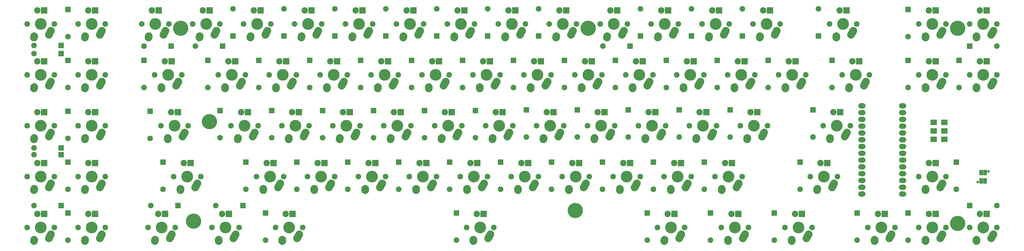
<source format=gts>
G04 #@! TF.FileFunction,Soldermask,Top*
%FSLAX46Y46*%
G04 Gerber Fmt 4.6, Leading zero omitted, Abs format (unit mm)*
G04 Created by KiCad (PCBNEW 4.0.2-stable) date Sunday, June 05, 2016 'PMt' 07:18:38 PM*
%MOMM*%
G01*
G04 APERTURE LIST*
%ADD10C,0.150000*%
%ADD11C,2.099260*%
%ADD12R,2.099260X2.099260*%
%ADD13C,5.700000*%
%ADD14O,2.700000X2.000000*%
%ADD15C,4.387810*%
%ADD16C,2.101810*%
%ADD17C,2.900000*%
%ADD18R,2.400000X2.400000*%
%ADD19C,2.400000*%
%ADD20R,2.400000X2.100000*%
%ADD21R,1.400000X2.000000*%
%ADD22C,1.009600*%
G04 APERTURE END LIST*
D10*
D11*
X95885000Y-36830000D03*
D12*
X106045000Y-36830000D03*
D11*
X395605000Y-96520000D03*
D12*
X385445000Y-96520000D03*
D13*
X95250000Y-102393750D03*
D14*
X360426000Y-59182000D03*
X360426000Y-61722000D03*
X360426000Y-64262000D03*
X360426000Y-66802000D03*
X360426000Y-69342000D03*
X360426000Y-71882000D03*
X360426000Y-74422000D03*
X360426000Y-76962000D03*
X360426000Y-79502000D03*
X360426000Y-82042000D03*
X360426000Y-84582000D03*
X360426000Y-87122000D03*
X360426000Y-89662000D03*
X360426000Y-92202000D03*
X345186000Y-92202000D03*
X345186000Y-89662000D03*
X345186000Y-87122000D03*
X345186000Y-84582000D03*
X345186000Y-82042000D03*
X345186000Y-79502000D03*
X345186000Y-76962000D03*
X345186000Y-74422000D03*
X345186000Y-71882000D03*
X345186000Y-69342000D03*
X345186000Y-66802000D03*
X345186000Y-64262000D03*
X345186000Y-61722000D03*
X345186000Y-59182000D03*
D15*
X330993750Y-85725000D03*
D16*
X336073750Y-85725000D03*
X325913750Y-85725000D03*
D17*
X333993297Y-89724954D02*
X334804203Y-88265046D01*
X328454026Y-90804328D02*
X328493474Y-90225672D01*
D18*
X332263750Y-80645000D03*
D19*
X329723750Y-80645000D03*
D15*
X390525000Y-104775000D03*
D16*
X395605000Y-104775000D03*
X385445000Y-104775000D03*
D17*
X393524547Y-108774954D02*
X394335453Y-107315046D01*
X387985276Y-109854328D02*
X388024724Y-109275672D01*
D18*
X391795000Y-99695000D03*
D19*
X389255000Y-99695000D03*
D15*
X371475000Y-104775000D03*
D16*
X376555000Y-104775000D03*
X366395000Y-104775000D03*
D17*
X374474547Y-108774954D02*
X375285453Y-107315046D01*
X368935276Y-109854328D02*
X368974724Y-109275672D01*
D18*
X372745000Y-99695000D03*
D19*
X370205000Y-99695000D03*
D15*
X352425000Y-104775000D03*
D16*
X357505000Y-104775000D03*
X347345000Y-104775000D03*
D17*
X355424547Y-108774954D02*
X356235453Y-107315046D01*
X349885276Y-109854328D02*
X349924724Y-109275672D01*
D18*
X353695000Y-99695000D03*
D19*
X351155000Y-99695000D03*
D15*
X321468750Y-104775000D03*
D16*
X326548750Y-104775000D03*
X316388750Y-104775000D03*
D17*
X324468297Y-108774954D02*
X325279203Y-107315046D01*
X318929026Y-109854328D02*
X318968474Y-109275672D01*
D18*
X322738750Y-99695000D03*
D19*
X320198750Y-99695000D03*
D15*
X297656250Y-104775000D03*
D16*
X302736250Y-104775000D03*
X292576250Y-104775000D03*
D17*
X300655797Y-108774954D02*
X301466703Y-107315046D01*
X295116526Y-109854328D02*
X295155974Y-109275672D01*
D18*
X298926250Y-99695000D03*
D19*
X296386250Y-99695000D03*
D15*
X273843750Y-104775000D03*
D16*
X278923750Y-104775000D03*
X268763750Y-104775000D03*
D17*
X276843297Y-108774954D02*
X277654203Y-107315046D01*
X271304026Y-109854328D02*
X271343474Y-109275672D01*
D18*
X275113750Y-99695000D03*
D19*
X272573750Y-99695000D03*
D15*
X202406250Y-104775000D03*
D16*
X207486250Y-104775000D03*
X197326250Y-104775000D03*
D17*
X205405797Y-108774954D02*
X206216703Y-107315046D01*
X199866526Y-109854328D02*
X199905974Y-109275672D01*
D18*
X203676250Y-99695000D03*
D19*
X201136250Y-99695000D03*
D15*
X130968750Y-104775000D03*
D16*
X136048750Y-104775000D03*
X125888750Y-104775000D03*
D17*
X133968297Y-108774954D02*
X134779203Y-107315046D01*
X128429026Y-109854328D02*
X128468474Y-109275672D01*
D18*
X132238750Y-99695000D03*
D19*
X129698750Y-99695000D03*
D15*
X107156250Y-104775000D03*
D16*
X112236250Y-104775000D03*
X102076250Y-104775000D03*
D17*
X110155797Y-108774954D02*
X110966703Y-107315046D01*
X104616526Y-109854328D02*
X104655974Y-109275672D01*
D18*
X108426250Y-99695000D03*
D19*
X105886250Y-99695000D03*
D15*
X83343750Y-104775000D03*
D16*
X88423750Y-104775000D03*
X78263750Y-104775000D03*
D17*
X86343297Y-108774954D02*
X87154203Y-107315046D01*
X80804026Y-109854328D02*
X80843474Y-109275672D01*
D18*
X84613750Y-99695000D03*
D19*
X82073750Y-99695000D03*
D15*
X57150000Y-104775000D03*
D16*
X62230000Y-104775000D03*
X52070000Y-104775000D03*
D17*
X60149547Y-108774954D02*
X60960453Y-107315046D01*
X54610276Y-109854328D02*
X54649724Y-109275672D01*
D18*
X58420000Y-99695000D03*
D19*
X55880000Y-99695000D03*
D15*
X38100000Y-104775000D03*
D16*
X43180000Y-104775000D03*
X33020000Y-104775000D03*
D17*
X41099547Y-108774954D02*
X41910453Y-107315046D01*
X35560276Y-109854328D02*
X35599724Y-109275672D01*
D18*
X39370000Y-99695000D03*
D19*
X36830000Y-99695000D03*
D15*
X371475000Y-85725000D03*
D16*
X376555000Y-85725000D03*
X366395000Y-85725000D03*
D17*
X374474547Y-89724954D02*
X375285453Y-88265046D01*
X368935276Y-90804328D02*
X368974724Y-90225672D01*
D18*
X372745000Y-80645000D03*
D19*
X370205000Y-80645000D03*
D15*
X295275000Y-85725000D03*
D16*
X300355000Y-85725000D03*
X290195000Y-85725000D03*
D17*
X298274547Y-89724954D02*
X299085453Y-88265046D01*
X292735276Y-90804328D02*
X292774724Y-90225672D01*
D18*
X296545000Y-80645000D03*
D19*
X294005000Y-80645000D03*
D15*
X276225000Y-85725000D03*
D16*
X281305000Y-85725000D03*
X271145000Y-85725000D03*
D17*
X279224547Y-89724954D02*
X280035453Y-88265046D01*
X273685276Y-90804328D02*
X273724724Y-90225672D01*
D18*
X277495000Y-80645000D03*
D19*
X274955000Y-80645000D03*
D15*
X257175000Y-85725000D03*
D16*
X262255000Y-85725000D03*
X252095000Y-85725000D03*
D17*
X260174547Y-89724954D02*
X260985453Y-88265046D01*
X254635276Y-90804328D02*
X254674724Y-90225672D01*
D18*
X258445000Y-80645000D03*
D19*
X255905000Y-80645000D03*
D15*
X238125000Y-85725000D03*
D16*
X243205000Y-85725000D03*
X233045000Y-85725000D03*
D17*
X241124547Y-89724954D02*
X241935453Y-88265046D01*
X235585276Y-90804328D02*
X235624724Y-90225672D01*
D18*
X239395000Y-80645000D03*
D19*
X236855000Y-80645000D03*
D15*
X219075000Y-85725000D03*
D16*
X224155000Y-85725000D03*
X213995000Y-85725000D03*
D17*
X222074547Y-89724954D02*
X222885453Y-88265046D01*
X216535276Y-90804328D02*
X216574724Y-90225672D01*
D18*
X220345000Y-80645000D03*
D19*
X217805000Y-80645000D03*
D15*
X200025000Y-85725000D03*
D16*
X205105000Y-85725000D03*
X194945000Y-85725000D03*
D17*
X203024547Y-89724954D02*
X203835453Y-88265046D01*
X197485276Y-90804328D02*
X197524724Y-90225672D01*
D18*
X201295000Y-80645000D03*
D19*
X198755000Y-80645000D03*
D15*
X180975000Y-85725000D03*
D16*
X186055000Y-85725000D03*
X175895000Y-85725000D03*
D17*
X183974547Y-89724954D02*
X184785453Y-88265046D01*
X178435276Y-90804328D02*
X178474724Y-90225672D01*
D18*
X182245000Y-80645000D03*
D19*
X179705000Y-80645000D03*
D15*
X161925000Y-85725000D03*
D16*
X167005000Y-85725000D03*
X156845000Y-85725000D03*
D17*
X164924547Y-89724954D02*
X165735453Y-88265046D01*
X159385276Y-90804328D02*
X159424724Y-90225672D01*
D18*
X163195000Y-80645000D03*
D19*
X160655000Y-80645000D03*
D15*
X142875000Y-85725000D03*
D16*
X147955000Y-85725000D03*
X137795000Y-85725000D03*
D17*
X145874547Y-89724954D02*
X146685453Y-88265046D01*
X140335276Y-90804328D02*
X140374724Y-90225672D01*
D18*
X144145000Y-80645000D03*
D19*
X141605000Y-80645000D03*
D15*
X123825000Y-85725000D03*
D16*
X128905000Y-85725000D03*
X118745000Y-85725000D03*
D17*
X126824547Y-89724954D02*
X127635453Y-88265046D01*
X121285276Y-90804328D02*
X121324724Y-90225672D01*
D18*
X125095000Y-80645000D03*
D19*
X122555000Y-80645000D03*
D15*
X92868750Y-85725000D03*
D16*
X97948750Y-85725000D03*
X87788750Y-85725000D03*
D17*
X95868297Y-89724954D02*
X96679203Y-88265046D01*
X90329026Y-90804328D02*
X90368474Y-90225672D01*
D18*
X94138750Y-80645000D03*
D19*
X91598750Y-80645000D03*
D15*
X57150000Y-85725000D03*
D16*
X62230000Y-85725000D03*
X52070000Y-85725000D03*
D17*
X60149547Y-89724954D02*
X60960453Y-88265046D01*
X54610276Y-90804328D02*
X54649724Y-90225672D01*
D18*
X58420000Y-80645000D03*
D19*
X55880000Y-80645000D03*
D15*
X38100000Y-85725000D03*
D16*
X43180000Y-85725000D03*
X33020000Y-85725000D03*
D17*
X41099547Y-89724954D02*
X41910453Y-88265046D01*
X35560276Y-90804328D02*
X35599724Y-90225672D01*
D18*
X39370000Y-80645000D03*
D19*
X36830000Y-80645000D03*
D15*
X335756250Y-66675000D03*
D16*
X340836250Y-66675000D03*
X330676250Y-66675000D03*
D17*
X338755797Y-70674954D02*
X339566703Y-69215046D01*
X333216526Y-71754328D02*
X333255974Y-71175672D01*
D18*
X337026250Y-61595000D03*
D19*
X334486250Y-61595000D03*
D15*
X304800000Y-66675000D03*
D16*
X309880000Y-66675000D03*
X299720000Y-66675000D03*
D17*
X307799547Y-70674954D02*
X308610453Y-69215046D01*
X302260276Y-71754328D02*
X302299724Y-71175672D01*
D18*
X306070000Y-61595000D03*
D19*
X303530000Y-61595000D03*
D15*
X285750000Y-66675000D03*
D16*
X290830000Y-66675000D03*
X280670000Y-66675000D03*
D17*
X288749547Y-70674954D02*
X289560453Y-69215046D01*
X283210276Y-71754328D02*
X283249724Y-71175672D01*
D18*
X287020000Y-61595000D03*
D19*
X284480000Y-61595000D03*
D15*
X266700000Y-66675000D03*
D16*
X271780000Y-66675000D03*
X261620000Y-66675000D03*
D17*
X269699547Y-70674954D02*
X270510453Y-69215046D01*
X264160276Y-71754328D02*
X264199724Y-71175672D01*
D18*
X267970000Y-61595000D03*
D19*
X265430000Y-61595000D03*
D15*
X247650000Y-66675000D03*
D16*
X252730000Y-66675000D03*
X242570000Y-66675000D03*
D17*
X250649547Y-70674954D02*
X251460453Y-69215046D01*
X245110276Y-71754328D02*
X245149724Y-71175672D01*
D18*
X248920000Y-61595000D03*
D19*
X246380000Y-61595000D03*
D15*
X228600000Y-66675000D03*
D16*
X233680000Y-66675000D03*
X223520000Y-66675000D03*
D17*
X231599547Y-70674954D02*
X232410453Y-69215046D01*
X226060276Y-71754328D02*
X226099724Y-71175672D01*
D18*
X229870000Y-61595000D03*
D19*
X227330000Y-61595000D03*
D15*
X209550000Y-66675000D03*
D16*
X214630000Y-66675000D03*
X204470000Y-66675000D03*
D17*
X212549547Y-70674954D02*
X213360453Y-69215046D01*
X207010276Y-71754328D02*
X207049724Y-71175672D01*
D18*
X210820000Y-61595000D03*
D19*
X208280000Y-61595000D03*
D15*
X190500000Y-66675000D03*
D16*
X195580000Y-66675000D03*
X185420000Y-66675000D03*
D17*
X193499547Y-70674954D02*
X194310453Y-69215046D01*
X187960276Y-71754328D02*
X187999724Y-71175672D01*
D18*
X191770000Y-61595000D03*
D19*
X189230000Y-61595000D03*
D15*
X171450000Y-66675000D03*
D16*
X176530000Y-66675000D03*
X166370000Y-66675000D03*
D17*
X174449547Y-70674954D02*
X175260453Y-69215046D01*
X168910276Y-71754328D02*
X168949724Y-71175672D01*
D18*
X172720000Y-61595000D03*
D19*
X170180000Y-61595000D03*
D15*
X152400000Y-66675000D03*
D16*
X157480000Y-66675000D03*
X147320000Y-66675000D03*
D17*
X155399547Y-70674954D02*
X156210453Y-69215046D01*
X149860276Y-71754328D02*
X149899724Y-71175672D01*
D18*
X153670000Y-61595000D03*
D19*
X151130000Y-61595000D03*
D15*
X133350000Y-66675000D03*
D16*
X138430000Y-66675000D03*
X128270000Y-66675000D03*
D17*
X136349547Y-70674954D02*
X137160453Y-69215046D01*
X130810276Y-71754328D02*
X130849724Y-71175672D01*
D18*
X134620000Y-61595000D03*
D19*
X132080000Y-61595000D03*
D15*
X114300000Y-66675000D03*
D16*
X119380000Y-66675000D03*
X109220000Y-66675000D03*
D17*
X117299547Y-70674954D02*
X118110453Y-69215046D01*
X111760276Y-71754328D02*
X111799724Y-71175672D01*
D18*
X115570000Y-61595000D03*
D19*
X113030000Y-61595000D03*
D15*
X88106250Y-66675000D03*
D16*
X93186250Y-66675000D03*
X83026250Y-66675000D03*
D17*
X91105797Y-70674954D02*
X91916703Y-69215046D01*
X85566526Y-71754328D02*
X85605974Y-71175672D01*
D18*
X89376250Y-61595000D03*
D19*
X86836250Y-61595000D03*
D15*
X57150000Y-66675000D03*
D16*
X62230000Y-66675000D03*
X52070000Y-66675000D03*
D17*
X60149547Y-70674954D02*
X60960453Y-69215046D01*
X54610276Y-71754328D02*
X54649724Y-71175672D01*
D18*
X58420000Y-61595000D03*
D19*
X55880000Y-61595000D03*
D15*
X38100000Y-66675000D03*
D16*
X43180000Y-66675000D03*
X33020000Y-66675000D03*
D17*
X41099547Y-70674954D02*
X41910453Y-69215046D01*
X35560276Y-71754328D02*
X35599724Y-71175672D01*
D18*
X39370000Y-61595000D03*
D19*
X36830000Y-61595000D03*
D15*
X390525000Y-47625000D03*
D16*
X395605000Y-47625000D03*
X385445000Y-47625000D03*
D17*
X393524547Y-51624954D02*
X394335453Y-50165046D01*
X387985276Y-52704328D02*
X388024724Y-52125672D01*
D18*
X391795000Y-42545000D03*
D19*
X389255000Y-42545000D03*
D15*
X371475000Y-47625000D03*
D16*
X376555000Y-47625000D03*
X366395000Y-47625000D03*
D17*
X374474547Y-51624954D02*
X375285453Y-50165046D01*
X368935276Y-52704328D02*
X368974724Y-52125672D01*
D18*
X372745000Y-42545000D03*
D19*
X370205000Y-42545000D03*
D15*
X342900000Y-47625000D03*
D16*
X347980000Y-47625000D03*
X337820000Y-47625000D03*
D17*
X345899547Y-51624954D02*
X346710453Y-50165046D01*
X340360276Y-52704328D02*
X340399724Y-52125672D01*
D18*
X344170000Y-42545000D03*
D19*
X341630000Y-42545000D03*
D15*
X319087500Y-47625000D03*
D16*
X324167500Y-47625000D03*
X314007500Y-47625000D03*
D17*
X322087047Y-51624954D02*
X322897953Y-50165046D01*
X316547776Y-52704328D02*
X316587224Y-52125672D01*
D18*
X320357500Y-42545000D03*
D19*
X317817500Y-42545000D03*
D15*
X300037500Y-47625000D03*
D16*
X305117500Y-47625000D03*
X294957500Y-47625000D03*
D17*
X303037047Y-51624954D02*
X303847953Y-50165046D01*
X297497776Y-52704328D02*
X297537224Y-52125672D01*
D18*
X301307500Y-42545000D03*
D19*
X298767500Y-42545000D03*
D15*
X280987500Y-47625000D03*
D16*
X286067500Y-47625000D03*
X275907500Y-47625000D03*
D17*
X283987047Y-51624954D02*
X284797953Y-50165046D01*
X278447776Y-52704328D02*
X278487224Y-52125672D01*
D18*
X282257500Y-42545000D03*
D19*
X279717500Y-42545000D03*
D15*
X261937500Y-47625000D03*
D16*
X267017500Y-47625000D03*
X256857500Y-47625000D03*
D17*
X264937047Y-51624954D02*
X265747953Y-50165046D01*
X259397776Y-52704328D02*
X259437224Y-52125672D01*
D18*
X263207500Y-42545000D03*
D19*
X260667500Y-42545000D03*
D15*
X242887500Y-47625000D03*
D16*
X247967500Y-47625000D03*
X237807500Y-47625000D03*
D17*
X245887047Y-51624954D02*
X246697953Y-50165046D01*
X240347776Y-52704328D02*
X240387224Y-52125672D01*
D18*
X244157500Y-42545000D03*
D19*
X241617500Y-42545000D03*
D15*
X223837500Y-47625000D03*
D16*
X228917500Y-47625000D03*
X218757500Y-47625000D03*
D17*
X226837047Y-51624954D02*
X227647953Y-50165046D01*
X221297776Y-52704328D02*
X221337224Y-52125672D01*
D18*
X225107500Y-42545000D03*
D19*
X222567500Y-42545000D03*
D15*
X204787500Y-47625000D03*
D16*
X209867500Y-47625000D03*
X199707500Y-47625000D03*
D17*
X207787047Y-51624954D02*
X208597953Y-50165046D01*
X202247776Y-52704328D02*
X202287224Y-52125672D01*
D18*
X206057500Y-42545000D03*
D19*
X203517500Y-42545000D03*
D15*
X185737500Y-47625000D03*
D16*
X190817500Y-47625000D03*
X180657500Y-47625000D03*
D17*
X188737047Y-51624954D02*
X189547953Y-50165046D01*
X183197776Y-52704328D02*
X183237224Y-52125672D01*
D18*
X187007500Y-42545000D03*
D19*
X184467500Y-42545000D03*
D15*
X166687500Y-47625000D03*
D16*
X171767500Y-47625000D03*
X161607500Y-47625000D03*
D17*
X169687047Y-51624954D02*
X170497953Y-50165046D01*
X164147776Y-52704328D02*
X164187224Y-52125672D01*
D18*
X167957500Y-42545000D03*
D19*
X165417500Y-42545000D03*
D15*
X147637500Y-47625000D03*
D16*
X152717500Y-47625000D03*
X142557500Y-47625000D03*
D17*
X150637047Y-51624954D02*
X151447953Y-50165046D01*
X145097776Y-52704328D02*
X145137224Y-52125672D01*
D18*
X148907500Y-42545000D03*
D19*
X146367500Y-42545000D03*
D15*
X128587500Y-47625000D03*
D16*
X133667500Y-47625000D03*
X123507500Y-47625000D03*
D17*
X131587047Y-51624954D02*
X132397953Y-50165046D01*
X126047776Y-52704328D02*
X126087224Y-52125672D01*
D18*
X129857500Y-42545000D03*
D19*
X127317500Y-42545000D03*
D15*
X109537500Y-47625000D03*
D16*
X114617500Y-47625000D03*
X104457500Y-47625000D03*
D17*
X112537047Y-51624954D02*
X113347953Y-50165046D01*
X106997776Y-52704328D02*
X107037224Y-52125672D01*
D18*
X110807500Y-42545000D03*
D19*
X108267500Y-42545000D03*
D15*
X85725000Y-47625000D03*
D16*
X90805000Y-47625000D03*
X80645000Y-47625000D03*
D17*
X88724547Y-51624954D02*
X89535453Y-50165046D01*
X83185276Y-52704328D02*
X83224724Y-52125672D01*
D18*
X86995000Y-42545000D03*
D19*
X84455000Y-42545000D03*
D15*
X57150000Y-47625000D03*
D16*
X62230000Y-47625000D03*
X52070000Y-47625000D03*
D17*
X60149547Y-51624954D02*
X60960453Y-50165046D01*
X54610276Y-52704328D02*
X54649724Y-52125672D01*
D18*
X58420000Y-42545000D03*
D19*
X55880000Y-42545000D03*
D15*
X38100000Y-47625000D03*
D16*
X43180000Y-47625000D03*
X33020000Y-47625000D03*
D17*
X41099547Y-51624954D02*
X41910453Y-50165046D01*
X35560276Y-52704328D02*
X35599724Y-52125672D01*
D18*
X39370000Y-42545000D03*
D19*
X36830000Y-42545000D03*
D15*
X390525000Y-28575000D03*
D16*
X395605000Y-28575000D03*
X385445000Y-28575000D03*
D17*
X393524547Y-32574954D02*
X394335453Y-31115046D01*
X387985276Y-33654328D02*
X388024724Y-33075672D01*
D18*
X391795000Y-23495000D03*
D19*
X389255000Y-23495000D03*
D15*
X371475000Y-28575000D03*
D16*
X376555000Y-28575000D03*
X366395000Y-28575000D03*
D17*
X374474547Y-32574954D02*
X375285453Y-31115046D01*
X368935276Y-33654328D02*
X368974724Y-33075672D01*
D18*
X372745000Y-23495000D03*
D19*
X370205000Y-23495000D03*
D15*
X338137500Y-28575000D03*
D16*
X343217500Y-28575000D03*
X333057500Y-28575000D03*
D17*
X341137047Y-32574954D02*
X341947953Y-31115046D01*
X335597776Y-33654328D02*
X335637224Y-33075672D01*
D18*
X339407500Y-23495000D03*
D19*
X336867500Y-23495000D03*
D15*
X309562500Y-28575000D03*
D16*
X314642500Y-28575000D03*
X304482500Y-28575000D03*
D17*
X312562047Y-32574954D02*
X313372953Y-31115046D01*
X307022776Y-33654328D02*
X307062224Y-33075672D01*
D18*
X310832500Y-23495000D03*
D19*
X308292500Y-23495000D03*
D15*
X290512500Y-28575000D03*
D16*
X295592500Y-28575000D03*
X285432500Y-28575000D03*
D17*
X293512047Y-32574954D02*
X294322953Y-31115046D01*
X287972776Y-33654328D02*
X288012224Y-33075672D01*
D18*
X291782500Y-23495000D03*
D19*
X289242500Y-23495000D03*
D15*
X271462500Y-28575000D03*
D16*
X276542500Y-28575000D03*
X266382500Y-28575000D03*
D17*
X274462047Y-32574954D02*
X275272953Y-31115046D01*
X268922776Y-33654328D02*
X268962224Y-33075672D01*
D18*
X272732500Y-23495000D03*
D19*
X270192500Y-23495000D03*
D15*
X252412500Y-28575000D03*
D16*
X257492500Y-28575000D03*
X247332500Y-28575000D03*
D17*
X255412047Y-32574954D02*
X256222953Y-31115046D01*
X249872776Y-33654328D02*
X249912224Y-33075672D01*
D18*
X253682500Y-23495000D03*
D19*
X251142500Y-23495000D03*
D15*
X233362500Y-28575000D03*
D16*
X238442500Y-28575000D03*
X228282500Y-28575000D03*
D17*
X236362047Y-32574954D02*
X237172953Y-31115046D01*
X230822776Y-33654328D02*
X230862224Y-33075672D01*
D18*
X234632500Y-23495000D03*
D19*
X232092500Y-23495000D03*
D15*
X214312500Y-28575000D03*
D16*
X219392500Y-28575000D03*
X209232500Y-28575000D03*
D17*
X217312047Y-32574954D02*
X218122953Y-31115046D01*
X211772776Y-33654328D02*
X211812224Y-33075672D01*
D18*
X215582500Y-23495000D03*
D19*
X213042500Y-23495000D03*
D15*
X195262500Y-28575000D03*
D16*
X200342500Y-28575000D03*
X190182500Y-28575000D03*
D17*
X198262047Y-32574954D02*
X199072953Y-31115046D01*
X192722776Y-33654328D02*
X192762224Y-33075672D01*
D18*
X196532500Y-23495000D03*
D19*
X193992500Y-23495000D03*
D15*
X176212500Y-28575000D03*
D16*
X181292500Y-28575000D03*
X171132500Y-28575000D03*
D17*
X179212047Y-32574954D02*
X180022953Y-31115046D01*
X173672776Y-33654328D02*
X173712224Y-33075672D01*
D18*
X177482500Y-23495000D03*
D19*
X174942500Y-23495000D03*
D15*
X157162500Y-28575000D03*
D16*
X162242500Y-28575000D03*
X152082500Y-28575000D03*
D17*
X160162047Y-32574954D02*
X160972953Y-31115046D01*
X154622776Y-33654328D02*
X154662224Y-33075672D01*
D18*
X158432500Y-23495000D03*
D19*
X155892500Y-23495000D03*
D15*
X138112500Y-28575000D03*
D16*
X143192500Y-28575000D03*
X133032500Y-28575000D03*
D17*
X141112047Y-32574954D02*
X141922953Y-31115046D01*
X135572776Y-33654328D02*
X135612224Y-33075672D01*
D18*
X139382500Y-23495000D03*
D19*
X136842500Y-23495000D03*
D15*
X119062500Y-28575000D03*
D16*
X124142500Y-28575000D03*
X113982500Y-28575000D03*
D17*
X122062047Y-32574954D02*
X122872953Y-31115046D01*
X116522776Y-33654328D02*
X116562224Y-33075672D01*
D18*
X120332500Y-23495000D03*
D19*
X117792500Y-23495000D03*
D15*
X100012500Y-28575000D03*
D16*
X105092500Y-28575000D03*
X94932500Y-28575000D03*
D17*
X103012047Y-32574954D02*
X103822953Y-31115046D01*
X97472776Y-33654328D02*
X97512224Y-33075672D01*
D18*
X101282500Y-23495000D03*
D19*
X98742500Y-23495000D03*
D15*
X80962500Y-28575000D03*
D16*
X86042500Y-28575000D03*
X75882500Y-28575000D03*
D17*
X83962047Y-32574954D02*
X84772953Y-31115046D01*
X78422776Y-33654328D02*
X78462224Y-33075672D01*
D18*
X82232500Y-23495000D03*
D19*
X79692500Y-23495000D03*
D15*
X57150000Y-28575000D03*
D16*
X62230000Y-28575000D03*
X52070000Y-28575000D03*
D17*
X60149547Y-32574954D02*
X60960453Y-31115046D01*
X54610276Y-33654328D02*
X54649724Y-33075672D01*
D18*
X58420000Y-23495000D03*
D19*
X55880000Y-23495000D03*
D15*
X38100000Y-28575000D03*
D16*
X43180000Y-28575000D03*
X33020000Y-28575000D03*
D17*
X41099547Y-32574954D02*
X41910453Y-31115046D01*
X35560276Y-33654328D02*
X35599724Y-33075672D01*
D18*
X39370000Y-23495000D03*
D19*
X36830000Y-23495000D03*
D11*
X35559480Y-36578540D03*
D12*
X45719480Y-36578540D03*
D11*
X48262540Y-33274520D03*
D12*
X48262540Y-23114520D03*
D11*
X76707480Y-36832540D03*
D12*
X86867480Y-36832540D03*
D11*
X109982000Y-22860000D03*
D12*
X109982000Y-33020000D03*
D11*
X129032000Y-22860000D03*
D12*
X129032000Y-33020000D03*
D11*
X148082000Y-22860000D03*
D12*
X148082000Y-33020000D03*
D11*
X167132000Y-22860000D03*
D12*
X167132000Y-33020000D03*
D11*
X186182000Y-22860000D03*
D12*
X186182000Y-33020000D03*
D11*
X205232000Y-22860000D03*
D12*
X205232000Y-33020000D03*
D11*
X224282000Y-22860000D03*
D12*
X224282000Y-33020000D03*
D11*
X248285000Y-36830000D03*
D12*
X258445000Y-36830000D03*
D11*
X262382000Y-22860000D03*
D12*
X262382000Y-33020000D03*
D11*
X281432000Y-22860000D03*
D12*
X281432000Y-33020000D03*
D11*
X300482000Y-22860000D03*
D12*
X300482000Y-33020000D03*
D11*
X328930000Y-22860000D03*
D12*
X328930000Y-33020000D03*
D11*
X362460540Y-33274520D03*
D12*
X362460540Y-23114520D03*
D11*
X395605000Y-36830000D03*
D12*
X385445000Y-36830000D03*
D11*
X35559480Y-39626540D03*
D12*
X45719480Y-39626540D03*
D11*
X48262540Y-52324520D03*
D12*
X48262540Y-42164520D03*
D11*
X76710540Y-52324520D03*
D12*
X76710540Y-42164520D03*
D11*
X100586540Y-52324520D03*
D12*
X100586540Y-42164520D03*
D11*
X119636540Y-52324520D03*
D12*
X119636540Y-42164520D03*
D11*
X138686540Y-52324520D03*
D12*
X138686540Y-42164520D03*
D11*
X157736540Y-52324520D03*
D12*
X157736540Y-42164520D03*
D11*
X176786540Y-52324520D03*
D12*
X176786540Y-42164520D03*
D11*
X195836540Y-52324520D03*
D12*
X195836540Y-42164520D03*
D11*
X214886540Y-52324520D03*
D12*
X214886540Y-42164520D03*
D11*
X233936540Y-52324520D03*
D12*
X233936540Y-42164520D03*
D11*
X252986540Y-52324520D03*
D12*
X252986540Y-42164520D03*
D11*
X272036540Y-52324520D03*
D12*
X272036540Y-42164520D03*
D11*
X291086540Y-52324520D03*
D12*
X291086540Y-42164520D03*
D11*
X310136540Y-52324520D03*
D12*
X310136540Y-42164520D03*
D11*
X334012540Y-52324520D03*
D12*
X334012540Y-42164520D03*
D11*
X362460540Y-52324520D03*
D12*
X362460540Y-42164520D03*
D11*
X381510540Y-52324520D03*
D12*
X381510540Y-42164520D03*
D11*
X35559480Y-74932540D03*
D12*
X45719480Y-74932540D03*
D11*
X48262540Y-71374520D03*
D12*
X48262540Y-61214520D03*
D11*
X78996540Y-71374520D03*
D12*
X78996540Y-61214520D03*
D11*
X105158540Y-71120520D03*
D12*
X105158540Y-60960520D03*
D11*
X124462540Y-71120520D03*
D12*
X124462540Y-60960520D03*
D11*
X143512540Y-71120520D03*
D12*
X143512540Y-60960520D03*
D11*
X162562540Y-71120520D03*
D12*
X162562540Y-60960520D03*
D11*
X181612540Y-71120520D03*
D12*
X181612540Y-60960520D03*
D11*
X200662540Y-71120520D03*
D12*
X200662540Y-60960520D03*
D11*
X219712540Y-70866520D03*
D12*
X219712540Y-60706520D03*
D11*
X238762540Y-70866520D03*
D12*
X238762540Y-60706520D03*
D11*
X257812540Y-70866520D03*
D12*
X257812540Y-60706520D03*
D11*
X276862540Y-70866520D03*
D12*
X276862540Y-60706520D03*
D11*
X295912540Y-70866520D03*
D12*
X295912540Y-60706520D03*
D11*
X326900540Y-70866520D03*
D12*
X326900540Y-60706520D03*
D11*
X35559480Y-77472540D03*
D12*
X45719480Y-77472540D03*
D11*
X48262540Y-90424520D03*
D12*
X48262540Y-80264520D03*
D11*
X83822540Y-90424520D03*
D12*
X83822540Y-80264520D03*
D11*
X114810540Y-90424520D03*
D12*
X114810540Y-80264520D03*
D11*
X133860540Y-90424520D03*
D12*
X133860540Y-80264520D03*
D11*
X152910540Y-90424520D03*
D12*
X152910540Y-80264520D03*
D11*
X171960540Y-90424520D03*
D12*
X171960540Y-80264520D03*
D11*
X191010540Y-90424520D03*
D12*
X191010540Y-80264520D03*
D11*
X210060540Y-90424520D03*
D12*
X210060540Y-80264520D03*
D11*
X229110540Y-90424520D03*
D12*
X229110540Y-80264520D03*
D11*
X248160540Y-90424520D03*
D12*
X248160540Y-80264520D03*
D11*
X267210540Y-90424520D03*
D12*
X267210540Y-80264520D03*
D11*
X286260540Y-90424520D03*
D12*
X286260540Y-80264520D03*
D11*
X322074540Y-90424520D03*
D12*
X322074540Y-80264520D03*
D11*
X380494540Y-90424520D03*
D12*
X380494540Y-80264520D03*
D11*
X35559480Y-96522540D03*
D12*
X45719480Y-96522540D03*
D11*
X48262540Y-109474520D03*
D12*
X48262540Y-99314520D03*
D11*
X79247480Y-96522540D03*
D12*
X89407480Y-96522540D03*
D11*
X103505000Y-96520000D03*
D12*
X113665000Y-96520000D03*
D11*
X122176540Y-109474520D03*
D12*
X122176540Y-99314520D03*
D11*
X193550540Y-109474520D03*
D12*
X193550540Y-99314520D03*
D11*
X264924540Y-109474520D03*
D12*
X264924540Y-99314520D03*
D11*
X288546540Y-109474520D03*
D12*
X288546540Y-99314520D03*
D11*
X312422540Y-109474520D03*
D12*
X312422540Y-99314520D03*
D11*
X343410540Y-109474520D03*
D12*
X343410540Y-99314520D03*
D11*
X362460540Y-109474520D03*
D12*
X362460540Y-99314520D03*
D13*
X381000000Y-30162500D03*
X381000000Y-103187500D03*
X242824000Y-30162500D03*
X237998000Y-98425000D03*
X90424000Y-30162500D03*
X101142800Y-65087500D03*
D20*
X376015000Y-71755000D03*
X372015000Y-71755000D03*
X376015000Y-68580000D03*
X372015000Y-68580000D03*
X376015000Y-65405000D03*
X372015000Y-65405000D03*
D21*
X391275000Y-84125000D03*
X389775000Y-84125000D03*
X391275000Y-87325000D03*
X389775000Y-87325000D03*
D22*
X392525000Y-83725000D03*
X388525000Y-87725000D03*
M02*

</source>
